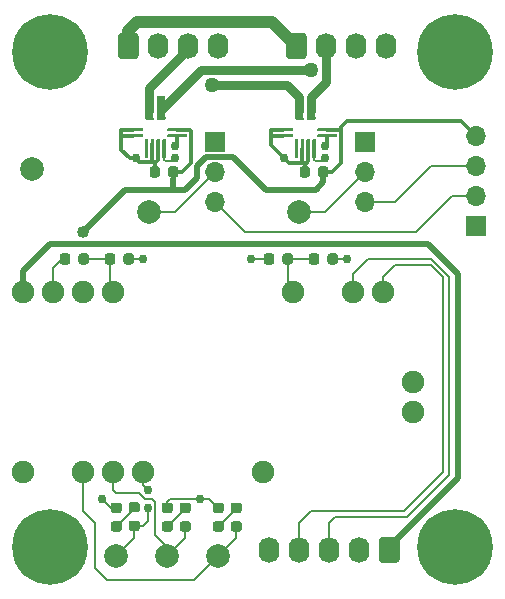
<source format=gbr>
G04 #@! TF.GenerationSoftware,KiCad,Pcbnew,(5.1.6)-1*
G04 #@! TF.CreationDate,2020-07-11T11:36:55-07:00*
G04 #@! TF.ProjectId,stepper_analyzer,73746570-7065-4725-9f61-6e616c797a65,rev?*
G04 #@! TF.SameCoordinates,Original*
G04 #@! TF.FileFunction,Copper,L1,Top*
G04 #@! TF.FilePolarity,Positive*
%FSLAX46Y46*%
G04 Gerber Fmt 4.6, Leading zero omitted, Abs format (unit mm)*
G04 Created by KiCad (PCBNEW (5.1.6)-1) date 2020-07-11 11:36:55*
%MOMM*%
%LPD*%
G01*
G04 APERTURE LIST*
G04 #@! TA.AperFunction,SMDPad,CuDef*
%ADD10C,0.100000*%
G04 #@! TD*
G04 #@! TA.AperFunction,SMDPad,CuDef*
%ADD11R,0.600000X0.200000*%
G04 #@! TD*
G04 #@! TA.AperFunction,SMDPad,CuDef*
%ADD12R,0.800000X1.870000*%
G04 #@! TD*
G04 #@! TA.AperFunction,ComponentPad*
%ADD13O,1.700000X1.700000*%
G04 #@! TD*
G04 #@! TA.AperFunction,ComponentPad*
%ADD14R,1.700000X1.700000*%
G04 #@! TD*
G04 #@! TA.AperFunction,ComponentPad*
%ADD15O,1.740000X2.190000*%
G04 #@! TD*
G04 #@! TA.AperFunction,ComponentPad*
%ADD16C,2.000000*%
G04 #@! TD*
G04 #@! TA.AperFunction,ComponentPad*
%ADD17C,1.905000*%
G04 #@! TD*
G04 #@! TA.AperFunction,ComponentPad*
%ADD18C,6.400000*%
G04 #@! TD*
G04 #@! TA.AperFunction,ComponentPad*
%ADD19O,1.740000X2.200000*%
G04 #@! TD*
G04 #@! TA.AperFunction,ViaPad*
%ADD20C,0.762000*%
G04 #@! TD*
G04 #@! TA.AperFunction,ViaPad*
%ADD21C,1.270000*%
G04 #@! TD*
G04 #@! TA.AperFunction,ViaPad*
%ADD22C,1.016000*%
G04 #@! TD*
G04 #@! TA.AperFunction,Conductor*
%ADD23C,0.152400*%
G04 #@! TD*
G04 #@! TA.AperFunction,Conductor*
%ADD24C,0.304800*%
G04 #@! TD*
G04 #@! TA.AperFunction,Conductor*
%ADD25C,0.762000*%
G04 #@! TD*
G04 #@! TA.AperFunction,Conductor*
%ADD26C,1.016000*%
G04 #@! TD*
G04 #@! TA.AperFunction,Conductor*
%ADD27C,0.508000*%
G04 #@! TD*
G04 APERTURE END LIST*
G04 #@! TA.AperFunction,SMDPad,CuDef*
D10*
G36*
X123560030Y-70335000D02*
G01*
X123760000Y-70135030D01*
X123959970Y-70335000D01*
X123760000Y-70534970D01*
X123560030Y-70335000D01*
G37*
G04 #@! TD.AperFunction*
D11*
X124060000Y-70435000D03*
D12*
X123960000Y-69400000D03*
G04 #@! TA.AperFunction,SMDPad,CuDef*
D10*
G36*
X124960030Y-70335000D02*
G01*
X125160000Y-70135030D01*
X125359970Y-70335000D01*
X125160000Y-70534970D01*
X124960030Y-70335000D01*
G37*
G04 #@! TD.AperFunction*
D11*
X124860000Y-70435000D03*
D12*
X124960000Y-69400000D03*
G04 #@! TA.AperFunction,SMDPad,CuDef*
G36*
G01*
X125135000Y-72125000D02*
X125285000Y-72125000D01*
G75*
G02*
X125360000Y-72200000I0J-75000D01*
G01*
X125360000Y-73700000D01*
G75*
G02*
X125285000Y-73775000I-75000J0D01*
G01*
X125135000Y-73775000D01*
G75*
G02*
X125060000Y-73700000I0J75000D01*
G01*
X125060000Y-72200000D01*
G75*
G02*
X125135000Y-72125000I75000J0D01*
G01*
G37*
G04 #@! TD.AperFunction*
G04 #@! TA.AperFunction,SMDPad,CuDef*
G36*
G01*
X124635000Y-72125000D02*
X124785000Y-72125000D01*
G75*
G02*
X124860000Y-72200000I0J-75000D01*
G01*
X124860000Y-73700000D01*
G75*
G02*
X124785000Y-73775000I-75000J0D01*
G01*
X124635000Y-73775000D01*
G75*
G02*
X124560000Y-73700000I0J75000D01*
G01*
X124560000Y-72200000D01*
G75*
G02*
X124635000Y-72125000I75000J0D01*
G01*
G37*
G04 #@! TD.AperFunction*
G04 #@! TA.AperFunction,SMDPad,CuDef*
G36*
G01*
X124135000Y-72125000D02*
X124285000Y-72125000D01*
G75*
G02*
X124360000Y-72200000I0J-75000D01*
G01*
X124360000Y-73700000D01*
G75*
G02*
X124285000Y-73775000I-75000J0D01*
G01*
X124135000Y-73775000D01*
G75*
G02*
X124060000Y-73700000I0J75000D01*
G01*
X124060000Y-72200000D01*
G75*
G02*
X124135000Y-72125000I75000J0D01*
G01*
G37*
G04 #@! TD.AperFunction*
G04 #@! TA.AperFunction,SMDPad,CuDef*
G36*
G01*
X123635000Y-72125000D02*
X123785000Y-72125000D01*
G75*
G02*
X123860000Y-72200000I0J-75000D01*
G01*
X123860000Y-73700000D01*
G75*
G02*
X123785000Y-73775000I-75000J0D01*
G01*
X123635000Y-73775000D01*
G75*
G02*
X123560000Y-73700000I0J75000D01*
G01*
X123560000Y-72200000D01*
G75*
G02*
X123635000Y-72125000I75000J0D01*
G01*
G37*
G04 #@! TD.AperFunction*
G04 #@! TA.AperFunction,SMDPad,CuDef*
G36*
G01*
X121860000Y-71700000D02*
X123360000Y-71700000D01*
G75*
G02*
X123435000Y-71775000I0J-75000D01*
G01*
X123435000Y-71925000D01*
G75*
G02*
X123360000Y-72000000I-75000J0D01*
G01*
X121860000Y-72000000D01*
G75*
G02*
X121785000Y-71925000I0J75000D01*
G01*
X121785000Y-71775000D01*
G75*
G02*
X121860000Y-71700000I75000J0D01*
G01*
G37*
G04 #@! TD.AperFunction*
G04 #@! TA.AperFunction,SMDPad,CuDef*
G36*
G01*
X121860000Y-71200000D02*
X123360000Y-71200000D01*
G75*
G02*
X123435000Y-71275000I0J-75000D01*
G01*
X123435000Y-71425000D01*
G75*
G02*
X123360000Y-71500000I-75000J0D01*
G01*
X121860000Y-71500000D01*
G75*
G02*
X121785000Y-71425000I0J75000D01*
G01*
X121785000Y-71275000D01*
G75*
G02*
X121860000Y-71200000I75000J0D01*
G01*
G37*
G04 #@! TD.AperFunction*
G04 #@! TA.AperFunction,SMDPad,CuDef*
G36*
G01*
X125560000Y-71700000D02*
X127060000Y-71700000D01*
G75*
G02*
X127135000Y-71775000I0J-75000D01*
G01*
X127135000Y-71925000D01*
G75*
G02*
X127060000Y-72000000I-75000J0D01*
G01*
X125560000Y-72000000D01*
G75*
G02*
X125485000Y-71925000I0J75000D01*
G01*
X125485000Y-71775000D01*
G75*
G02*
X125560000Y-71700000I75000J0D01*
G01*
G37*
G04 #@! TD.AperFunction*
G04 #@! TA.AperFunction,SMDPad,CuDef*
G36*
G01*
X125560000Y-71200000D02*
X127060000Y-71200000D01*
G75*
G02*
X127135000Y-71275000I0J-75000D01*
G01*
X127135000Y-71425000D01*
G75*
G02*
X127060000Y-71500000I-75000J0D01*
G01*
X125560000Y-71500000D01*
G75*
G02*
X125485000Y-71425000I0J75000D01*
G01*
X125485000Y-71275000D01*
G75*
G02*
X125560000Y-71200000I75000J0D01*
G01*
G37*
G04 #@! TD.AperFunction*
G04 #@! TA.AperFunction,SMDPad,CuDef*
D10*
G36*
X136260030Y-70335000D02*
G01*
X136460000Y-70135030D01*
X136659970Y-70335000D01*
X136460000Y-70534970D01*
X136260030Y-70335000D01*
G37*
G04 #@! TD.AperFunction*
D11*
X136760000Y-70435000D03*
D12*
X136660000Y-69400000D03*
G04 #@! TA.AperFunction,SMDPad,CuDef*
D10*
G36*
X137660030Y-70335000D02*
G01*
X137860000Y-70135030D01*
X138059970Y-70335000D01*
X137860000Y-70534970D01*
X137660030Y-70335000D01*
G37*
G04 #@! TD.AperFunction*
D11*
X137560000Y-70435000D03*
D12*
X137660000Y-69400000D03*
G04 #@! TA.AperFunction,SMDPad,CuDef*
G36*
G01*
X137835000Y-72125000D02*
X137985000Y-72125000D01*
G75*
G02*
X138060000Y-72200000I0J-75000D01*
G01*
X138060000Y-73700000D01*
G75*
G02*
X137985000Y-73775000I-75000J0D01*
G01*
X137835000Y-73775000D01*
G75*
G02*
X137760000Y-73700000I0J75000D01*
G01*
X137760000Y-72200000D01*
G75*
G02*
X137835000Y-72125000I75000J0D01*
G01*
G37*
G04 #@! TD.AperFunction*
G04 #@! TA.AperFunction,SMDPad,CuDef*
G36*
G01*
X137335000Y-72125000D02*
X137485000Y-72125000D01*
G75*
G02*
X137560000Y-72200000I0J-75000D01*
G01*
X137560000Y-73700000D01*
G75*
G02*
X137485000Y-73775000I-75000J0D01*
G01*
X137335000Y-73775000D01*
G75*
G02*
X137260000Y-73700000I0J75000D01*
G01*
X137260000Y-72200000D01*
G75*
G02*
X137335000Y-72125000I75000J0D01*
G01*
G37*
G04 #@! TD.AperFunction*
G04 #@! TA.AperFunction,SMDPad,CuDef*
G36*
G01*
X136835000Y-72125000D02*
X136985000Y-72125000D01*
G75*
G02*
X137060000Y-72200000I0J-75000D01*
G01*
X137060000Y-73700000D01*
G75*
G02*
X136985000Y-73775000I-75000J0D01*
G01*
X136835000Y-73775000D01*
G75*
G02*
X136760000Y-73700000I0J75000D01*
G01*
X136760000Y-72200000D01*
G75*
G02*
X136835000Y-72125000I75000J0D01*
G01*
G37*
G04 #@! TD.AperFunction*
G04 #@! TA.AperFunction,SMDPad,CuDef*
G36*
G01*
X136335000Y-72125000D02*
X136485000Y-72125000D01*
G75*
G02*
X136560000Y-72200000I0J-75000D01*
G01*
X136560000Y-73700000D01*
G75*
G02*
X136485000Y-73775000I-75000J0D01*
G01*
X136335000Y-73775000D01*
G75*
G02*
X136260000Y-73700000I0J75000D01*
G01*
X136260000Y-72200000D01*
G75*
G02*
X136335000Y-72125000I75000J0D01*
G01*
G37*
G04 #@! TD.AperFunction*
G04 #@! TA.AperFunction,SMDPad,CuDef*
G36*
G01*
X134560000Y-71700000D02*
X136060000Y-71700000D01*
G75*
G02*
X136135000Y-71775000I0J-75000D01*
G01*
X136135000Y-71925000D01*
G75*
G02*
X136060000Y-72000000I-75000J0D01*
G01*
X134560000Y-72000000D01*
G75*
G02*
X134485000Y-71925000I0J75000D01*
G01*
X134485000Y-71775000D01*
G75*
G02*
X134560000Y-71700000I75000J0D01*
G01*
G37*
G04 #@! TD.AperFunction*
G04 #@! TA.AperFunction,SMDPad,CuDef*
G36*
G01*
X134560000Y-71200000D02*
X136060000Y-71200000D01*
G75*
G02*
X136135000Y-71275000I0J-75000D01*
G01*
X136135000Y-71425000D01*
G75*
G02*
X136060000Y-71500000I-75000J0D01*
G01*
X134560000Y-71500000D01*
G75*
G02*
X134485000Y-71425000I0J75000D01*
G01*
X134485000Y-71275000D01*
G75*
G02*
X134560000Y-71200000I75000J0D01*
G01*
G37*
G04 #@! TD.AperFunction*
G04 #@! TA.AperFunction,SMDPad,CuDef*
G36*
G01*
X138260000Y-71700000D02*
X139760000Y-71700000D01*
G75*
G02*
X139835000Y-71775000I0J-75000D01*
G01*
X139835000Y-71925000D01*
G75*
G02*
X139760000Y-72000000I-75000J0D01*
G01*
X138260000Y-72000000D01*
G75*
G02*
X138185000Y-71925000I0J75000D01*
G01*
X138185000Y-71775000D01*
G75*
G02*
X138260000Y-71700000I75000J0D01*
G01*
G37*
G04 #@! TD.AperFunction*
G04 #@! TA.AperFunction,SMDPad,CuDef*
G36*
G01*
X138260000Y-71200000D02*
X139760000Y-71200000D01*
G75*
G02*
X139835000Y-71275000I0J-75000D01*
G01*
X139835000Y-71425000D01*
G75*
G02*
X139760000Y-71500000I-75000J0D01*
G01*
X138260000Y-71500000D01*
G75*
G02*
X138185000Y-71425000I0J75000D01*
G01*
X138185000Y-71275000D01*
G75*
G02*
X138260000Y-71200000I75000J0D01*
G01*
G37*
G04 #@! TD.AperFunction*
D13*
X151638000Y-71882000D03*
X151638000Y-74422000D03*
X151638000Y-76962000D03*
D14*
X151638000Y-79502000D03*
D15*
X134112000Y-106934000D03*
X136652000Y-106934000D03*
X139192000Y-106934000D03*
X141732000Y-106934000D03*
G04 #@! TA.AperFunction,ComponentPad*
G36*
G01*
X145142000Y-106088999D02*
X145142000Y-107779001D01*
G75*
G02*
X144892001Y-108029000I-249999J0D01*
G01*
X143651999Y-108029000D01*
G75*
G02*
X143402000Y-107779001I0J249999D01*
G01*
X143402000Y-106088999D01*
G75*
G02*
X143651999Y-105839000I249999J0D01*
G01*
X144892001Y-105839000D01*
G75*
G02*
X145142000Y-106088999I0J-249999D01*
G01*
G37*
G04 #@! TD.AperFunction*
D16*
X125476000Y-107442000D03*
D17*
X133604000Y-100330000D03*
X113284000Y-100330000D03*
X123444000Y-100330000D03*
X120904000Y-100330000D03*
X118364000Y-100330000D03*
X115824000Y-85090000D03*
X118364000Y-85090000D03*
X113284000Y-85090000D03*
X120904000Y-85090000D03*
X136144000Y-85090000D03*
X143764000Y-85090000D03*
X141224000Y-85090000D03*
X146304000Y-95250000D03*
X146304000Y-92710000D03*
G04 #@! TA.AperFunction,SMDPad,CuDef*
G36*
G01*
X131574250Y-103815500D02*
X131061750Y-103815500D01*
G75*
G02*
X130843000Y-103596750I0J218750D01*
G01*
X130843000Y-103159250D01*
G75*
G02*
X131061750Y-102940500I218750J0D01*
G01*
X131574250Y-102940500D01*
G75*
G02*
X131793000Y-103159250I0J-218750D01*
G01*
X131793000Y-103596750D01*
G75*
G02*
X131574250Y-103815500I-218750J0D01*
G01*
G37*
G04 #@! TD.AperFunction*
G04 #@! TA.AperFunction,SMDPad,CuDef*
G36*
G01*
X131574250Y-105390500D02*
X131061750Y-105390500D01*
G75*
G02*
X130843000Y-105171750I0J218750D01*
G01*
X130843000Y-104734250D01*
G75*
G02*
X131061750Y-104515500I218750J0D01*
G01*
X131574250Y-104515500D01*
G75*
G02*
X131793000Y-104734250I0J-218750D01*
G01*
X131793000Y-105171750D01*
G75*
G02*
X131574250Y-105390500I-218750J0D01*
G01*
G37*
G04 #@! TD.AperFunction*
G04 #@! TA.AperFunction,SMDPad,CuDef*
G36*
G01*
X139034000Y-82552250D02*
X139034000Y-82039750D01*
G75*
G02*
X139252750Y-81821000I218750J0D01*
G01*
X139690250Y-81821000D01*
G75*
G02*
X139909000Y-82039750I0J-218750D01*
G01*
X139909000Y-82552250D01*
G75*
G02*
X139690250Y-82771000I-218750J0D01*
G01*
X139252750Y-82771000D01*
G75*
G02*
X139034000Y-82552250I0J218750D01*
G01*
G37*
G04 #@! TD.AperFunction*
G04 #@! TA.AperFunction,SMDPad,CuDef*
G36*
G01*
X137459000Y-82552250D02*
X137459000Y-82039750D01*
G75*
G02*
X137677750Y-81821000I218750J0D01*
G01*
X138115250Y-81821000D01*
G75*
G02*
X138334000Y-82039750I0J-218750D01*
G01*
X138334000Y-82552250D01*
G75*
G02*
X138115250Y-82771000I-218750J0D01*
G01*
X137677750Y-82771000D01*
G75*
G02*
X137459000Y-82552250I0J218750D01*
G01*
G37*
G04 #@! TD.AperFunction*
G04 #@! TA.AperFunction,SMDPad,CuDef*
G36*
G01*
X121762000Y-82552250D02*
X121762000Y-82039750D01*
G75*
G02*
X121980750Y-81821000I218750J0D01*
G01*
X122418250Y-81821000D01*
G75*
G02*
X122637000Y-82039750I0J-218750D01*
G01*
X122637000Y-82552250D01*
G75*
G02*
X122418250Y-82771000I-218750J0D01*
G01*
X121980750Y-82771000D01*
G75*
G02*
X121762000Y-82552250I0J218750D01*
G01*
G37*
G04 #@! TD.AperFunction*
G04 #@! TA.AperFunction,SMDPad,CuDef*
G36*
G01*
X120187000Y-82552250D02*
X120187000Y-82039750D01*
G75*
G02*
X120405750Y-81821000I218750J0D01*
G01*
X120843250Y-81821000D01*
G75*
G02*
X121062000Y-82039750I0J-218750D01*
G01*
X121062000Y-82552250D01*
G75*
G02*
X120843250Y-82771000I-218750J0D01*
G01*
X120405750Y-82771000D01*
G75*
G02*
X120187000Y-82552250I0J218750D01*
G01*
G37*
G04 #@! TD.AperFunction*
G04 #@! TA.AperFunction,SMDPad,CuDef*
G36*
G01*
X127256250Y-103815500D02*
X126743750Y-103815500D01*
G75*
G02*
X126525000Y-103596750I0J218750D01*
G01*
X126525000Y-103159250D01*
G75*
G02*
X126743750Y-102940500I218750J0D01*
G01*
X127256250Y-102940500D01*
G75*
G02*
X127475000Y-103159250I0J-218750D01*
G01*
X127475000Y-103596750D01*
G75*
G02*
X127256250Y-103815500I-218750J0D01*
G01*
G37*
G04 #@! TD.AperFunction*
G04 #@! TA.AperFunction,SMDPad,CuDef*
G36*
G01*
X127256250Y-105390500D02*
X126743750Y-105390500D01*
G75*
G02*
X126525000Y-105171750I0J218750D01*
G01*
X126525000Y-104734250D01*
G75*
G02*
X126743750Y-104515500I218750J0D01*
G01*
X127256250Y-104515500D01*
G75*
G02*
X127475000Y-104734250I0J-218750D01*
G01*
X127475000Y-105171750D01*
G75*
G02*
X127256250Y-105390500I-218750J0D01*
G01*
G37*
G04 #@! TD.AperFunction*
G04 #@! TA.AperFunction,SMDPad,CuDef*
G36*
G01*
X122938250Y-103764500D02*
X122425750Y-103764500D01*
G75*
G02*
X122207000Y-103545750I0J218750D01*
G01*
X122207000Y-103108250D01*
G75*
G02*
X122425750Y-102889500I218750J0D01*
G01*
X122938250Y-102889500D01*
G75*
G02*
X123157000Y-103108250I0J-218750D01*
G01*
X123157000Y-103545750D01*
G75*
G02*
X122938250Y-103764500I-218750J0D01*
G01*
G37*
G04 #@! TD.AperFunction*
G04 #@! TA.AperFunction,SMDPad,CuDef*
G36*
G01*
X122938250Y-105339500D02*
X122425750Y-105339500D01*
G75*
G02*
X122207000Y-105120750I0J218750D01*
G01*
X122207000Y-104683250D01*
G75*
G02*
X122425750Y-104464500I218750J0D01*
G01*
X122938250Y-104464500D01*
G75*
G02*
X123157000Y-104683250I0J-218750D01*
G01*
X123157000Y-105120750D01*
G75*
G02*
X122938250Y-105339500I-218750J0D01*
G01*
G37*
G04 #@! TD.AperFunction*
D18*
X115570000Y-106680000D03*
X149860000Y-106680000D03*
X149860000Y-64770000D03*
X115570000Y-64770000D03*
D16*
X123952000Y-78359000D03*
D13*
X129540000Y-77470000D03*
X129540000Y-74930000D03*
D14*
X129540000Y-72390000D03*
D16*
X136652000Y-78359000D03*
X114046000Y-74676000D03*
X129794000Y-107442000D03*
X121158000Y-107442000D03*
G04 #@! TA.AperFunction,SMDPad,CuDef*
G36*
G01*
X138246500Y-75186250D02*
X138246500Y-74673750D01*
G75*
G02*
X138465250Y-74455000I218750J0D01*
G01*
X138902750Y-74455000D01*
G75*
G02*
X139121500Y-74673750I0J-218750D01*
G01*
X139121500Y-75186250D01*
G75*
G02*
X138902750Y-75405000I-218750J0D01*
G01*
X138465250Y-75405000D01*
G75*
G02*
X138246500Y-75186250I0J218750D01*
G01*
G37*
G04 #@! TD.AperFunction*
G04 #@! TA.AperFunction,SMDPad,CuDef*
G36*
G01*
X136671500Y-75186250D02*
X136671500Y-74673750D01*
G75*
G02*
X136890250Y-74455000I218750J0D01*
G01*
X137327750Y-74455000D01*
G75*
G02*
X137546500Y-74673750I0J-218750D01*
G01*
X137546500Y-75186250D01*
G75*
G02*
X137327750Y-75405000I-218750J0D01*
G01*
X136890250Y-75405000D01*
G75*
G02*
X136671500Y-75186250I0J218750D01*
G01*
G37*
G04 #@! TD.AperFunction*
G04 #@! TA.AperFunction,SMDPad,CuDef*
G36*
G01*
X125546500Y-75186250D02*
X125546500Y-74673750D01*
G75*
G02*
X125765250Y-74455000I218750J0D01*
G01*
X126202750Y-74455000D01*
G75*
G02*
X126421500Y-74673750I0J-218750D01*
G01*
X126421500Y-75186250D01*
G75*
G02*
X126202750Y-75405000I-218750J0D01*
G01*
X125765250Y-75405000D01*
G75*
G02*
X125546500Y-75186250I0J218750D01*
G01*
G37*
G04 #@! TD.AperFunction*
G04 #@! TA.AperFunction,SMDPad,CuDef*
G36*
G01*
X123971500Y-75186250D02*
X123971500Y-74673750D01*
G75*
G02*
X124190250Y-74455000I218750J0D01*
G01*
X124627750Y-74455000D01*
G75*
G02*
X124846500Y-74673750I0J-218750D01*
G01*
X124846500Y-75186250D01*
G75*
G02*
X124627750Y-75405000I-218750J0D01*
G01*
X124190250Y-75405000D01*
G75*
G02*
X123971500Y-75186250I0J218750D01*
G01*
G37*
G04 #@! TD.AperFunction*
G04 #@! TA.AperFunction,SMDPad,CuDef*
G36*
G01*
X117952000Y-82552250D02*
X117952000Y-82039750D01*
G75*
G02*
X118170750Y-81821000I218750J0D01*
G01*
X118608250Y-81821000D01*
G75*
G02*
X118827000Y-82039750I0J-218750D01*
G01*
X118827000Y-82552250D01*
G75*
G02*
X118608250Y-82771000I-218750J0D01*
G01*
X118170750Y-82771000D01*
G75*
G02*
X117952000Y-82552250I0J218750D01*
G01*
G37*
G04 #@! TD.AperFunction*
G04 #@! TA.AperFunction,SMDPad,CuDef*
G36*
G01*
X116377000Y-82552250D02*
X116377000Y-82039750D01*
G75*
G02*
X116595750Y-81821000I218750J0D01*
G01*
X117033250Y-81821000D01*
G75*
G02*
X117252000Y-82039750I0J-218750D01*
G01*
X117252000Y-82552250D01*
G75*
G02*
X117033250Y-82771000I-218750J0D01*
G01*
X116595750Y-82771000D01*
G75*
G02*
X116377000Y-82552250I0J218750D01*
G01*
G37*
G04 #@! TD.AperFunction*
G04 #@! TA.AperFunction,SMDPad,CuDef*
G36*
G01*
X135224000Y-82552250D02*
X135224000Y-82039750D01*
G75*
G02*
X135442750Y-81821000I218750J0D01*
G01*
X135880250Y-81821000D01*
G75*
G02*
X136099000Y-82039750I0J-218750D01*
G01*
X136099000Y-82552250D01*
G75*
G02*
X135880250Y-82771000I-218750J0D01*
G01*
X135442750Y-82771000D01*
G75*
G02*
X135224000Y-82552250I0J218750D01*
G01*
G37*
G04 #@! TD.AperFunction*
G04 #@! TA.AperFunction,SMDPad,CuDef*
G36*
G01*
X133649000Y-82552250D02*
X133649000Y-82039750D01*
G75*
G02*
X133867750Y-81821000I218750J0D01*
G01*
X134305250Y-81821000D01*
G75*
G02*
X134524000Y-82039750I0J-218750D01*
G01*
X134524000Y-82552250D01*
G75*
G02*
X134305250Y-82771000I-218750J0D01*
G01*
X133867750Y-82771000D01*
G75*
G02*
X133649000Y-82552250I0J218750D01*
G01*
G37*
G04 #@! TD.AperFunction*
G04 #@! TA.AperFunction,SMDPad,CuDef*
G36*
G01*
X120901750Y-104515500D02*
X121414250Y-104515500D01*
G75*
G02*
X121633000Y-104734250I0J-218750D01*
G01*
X121633000Y-105171750D01*
G75*
G02*
X121414250Y-105390500I-218750J0D01*
G01*
X120901750Y-105390500D01*
G75*
G02*
X120683000Y-105171750I0J218750D01*
G01*
X120683000Y-104734250D01*
G75*
G02*
X120901750Y-104515500I218750J0D01*
G01*
G37*
G04 #@! TD.AperFunction*
G04 #@! TA.AperFunction,SMDPad,CuDef*
G36*
G01*
X120901750Y-102940500D02*
X121414250Y-102940500D01*
G75*
G02*
X121633000Y-103159250I0J-218750D01*
G01*
X121633000Y-103596750D01*
G75*
G02*
X121414250Y-103815500I-218750J0D01*
G01*
X120901750Y-103815500D01*
G75*
G02*
X120683000Y-103596750I0J218750D01*
G01*
X120683000Y-103159250D01*
G75*
G02*
X120901750Y-102940500I218750J0D01*
G01*
G37*
G04 #@! TD.AperFunction*
G04 #@! TA.AperFunction,SMDPad,CuDef*
G36*
G01*
X125219750Y-104515500D02*
X125732250Y-104515500D01*
G75*
G02*
X125951000Y-104734250I0J-218750D01*
G01*
X125951000Y-105171750D01*
G75*
G02*
X125732250Y-105390500I-218750J0D01*
G01*
X125219750Y-105390500D01*
G75*
G02*
X125001000Y-105171750I0J218750D01*
G01*
X125001000Y-104734250D01*
G75*
G02*
X125219750Y-104515500I218750J0D01*
G01*
G37*
G04 #@! TD.AperFunction*
G04 #@! TA.AperFunction,SMDPad,CuDef*
G36*
G01*
X125219750Y-102940500D02*
X125732250Y-102940500D01*
G75*
G02*
X125951000Y-103159250I0J-218750D01*
G01*
X125951000Y-103596750D01*
G75*
G02*
X125732250Y-103815500I-218750J0D01*
G01*
X125219750Y-103815500D01*
G75*
G02*
X125001000Y-103596750I0J218750D01*
G01*
X125001000Y-103159250D01*
G75*
G02*
X125219750Y-102940500I218750J0D01*
G01*
G37*
G04 #@! TD.AperFunction*
G04 #@! TA.AperFunction,SMDPad,CuDef*
G36*
G01*
X129537750Y-104515500D02*
X130050250Y-104515500D01*
G75*
G02*
X130269000Y-104734250I0J-218750D01*
G01*
X130269000Y-105171750D01*
G75*
G02*
X130050250Y-105390500I-218750J0D01*
G01*
X129537750Y-105390500D01*
G75*
G02*
X129319000Y-105171750I0J218750D01*
G01*
X129319000Y-104734250D01*
G75*
G02*
X129537750Y-104515500I218750J0D01*
G01*
G37*
G04 #@! TD.AperFunction*
G04 #@! TA.AperFunction,SMDPad,CuDef*
G36*
G01*
X129537750Y-102940500D02*
X130050250Y-102940500D01*
G75*
G02*
X130269000Y-103159250I0J-218750D01*
G01*
X130269000Y-103596750D01*
G75*
G02*
X130050250Y-103815500I-218750J0D01*
G01*
X129537750Y-103815500D01*
G75*
G02*
X129319000Y-103596750I0J218750D01*
G01*
X129319000Y-103159250D01*
G75*
G02*
X129537750Y-102940500I218750J0D01*
G01*
G37*
G04 #@! TD.AperFunction*
D19*
X129794000Y-64262000D03*
X127254000Y-64262000D03*
X124714000Y-64262000D03*
G04 #@! TA.AperFunction,ComponentPad*
G36*
G01*
X121304000Y-65112001D02*
X121304000Y-63411999D01*
G75*
G02*
X121553999Y-63162000I249999J0D01*
G01*
X122794001Y-63162000D01*
G75*
G02*
X123044000Y-63411999I0J-249999D01*
G01*
X123044000Y-65112001D01*
G75*
G02*
X122794001Y-65362000I-249999J0D01*
G01*
X121553999Y-65362000D01*
G75*
G02*
X121304000Y-65112001I0J249999D01*
G01*
G37*
G04 #@! TD.AperFunction*
X144018000Y-64262000D03*
X141478000Y-64262000D03*
X138938000Y-64262000D03*
G04 #@! TA.AperFunction,ComponentPad*
G36*
G01*
X135528000Y-65112001D02*
X135528000Y-63411999D01*
G75*
G02*
X135777999Y-63162000I249999J0D01*
G01*
X137018001Y-63162000D01*
G75*
G02*
X137268000Y-63411999I0J-249999D01*
G01*
X137268000Y-65112001D01*
G75*
G02*
X137018001Y-65362000I-249999J0D01*
G01*
X135777999Y-65362000D01*
G75*
G02*
X135528000Y-65112001I0J249999D01*
G01*
G37*
G04 #@! TD.AperFunction*
D13*
X142240000Y-77470000D03*
X142240000Y-74930000D03*
D14*
X142240000Y-72390000D03*
D20*
X128270000Y-102616000D03*
X126111000Y-72771000D03*
X122809000Y-73787000D03*
X135382000Y-73787000D03*
X138811000Y-72771000D03*
X132588000Y-82296000D03*
X119989610Y-102616000D03*
X126111000Y-73787000D03*
X138811000Y-73787000D03*
X123825000Y-101854000D03*
X123825000Y-103378000D03*
D21*
X137668000Y-66294000D03*
X129286000Y-67564020D03*
D22*
X118364000Y-80010000D03*
D20*
X123444000Y-82296000D03*
X140716000Y-82296000D03*
D23*
X124206000Y-74727000D02*
X124409000Y-74930000D01*
X136910000Y-72550000D02*
X136906000Y-72554000D01*
D24*
X124210000Y-73127400D02*
X124206000Y-73131400D01*
X124210000Y-72550000D02*
X124210000Y-73127400D01*
D23*
X119888000Y-102616000D02*
X119888000Y-102616000D01*
X125730000Y-102616000D02*
X128270000Y-102616000D01*
X125476000Y-102870000D02*
X125730000Y-102616000D01*
X135678000Y-71882000D02*
X135710000Y-71850000D01*
X123010000Y-71350000D02*
X122198000Y-71350000D01*
X122198000Y-71350000D02*
X122174000Y-71374000D01*
X122978000Y-71882000D02*
X123010000Y-71850000D01*
X122174000Y-71882000D02*
X122978000Y-71882000D01*
X124710000Y-72550000D02*
X124710000Y-73156000D01*
X116814500Y-82296000D02*
X116586000Y-82296000D01*
X115824000Y-83058000D02*
X115824000Y-85090000D01*
X116586000Y-82296000D02*
X115824000Y-83058000D01*
X134086500Y-82296000D02*
X132588000Y-82296000D01*
X128270000Y-102616000D02*
X129032000Y-102616000D01*
X129032000Y-102616000D02*
X129794000Y-103378000D01*
X125476000Y-103378000D02*
X125476000Y-102870000D01*
X121158000Y-103378000D02*
X120751610Y-103378000D01*
X120751610Y-103378000D02*
X119989610Y-102616000D01*
D24*
X122610000Y-71350000D02*
X121563000Y-71350000D01*
X122610000Y-71850000D02*
X121571000Y-71850000D01*
X121563000Y-71842000D02*
X121563000Y-71350000D01*
X121571000Y-71850000D02*
X121563000Y-71842000D01*
X124710000Y-72950000D02*
X124710000Y-73918000D01*
X122809000Y-73787000D02*
X122809000Y-73914000D01*
X122809000Y-73787000D02*
X122301000Y-73787000D01*
X121571000Y-73057000D02*
X121571000Y-71850000D01*
X122301000Y-73787000D02*
X121571000Y-73057000D01*
X123101810Y-74079810D02*
X122809000Y-73787000D01*
X124710000Y-73918000D02*
X124548190Y-74079810D01*
X124210000Y-74037000D02*
X124167190Y-74079810D01*
X124210000Y-72950000D02*
X124210000Y-74037000D01*
X124548190Y-74079810D02*
X124167190Y-74079810D01*
X124167190Y-74079810D02*
X123101810Y-74079810D01*
X124409000Y-74930000D02*
X124409000Y-74219000D01*
X126310000Y-72572000D02*
X126111000Y-72771000D01*
X126310000Y-71850000D02*
X126310000Y-72572000D01*
X135310000Y-71350000D02*
X134263000Y-71350000D01*
X134263000Y-71350000D02*
X134239000Y-71374000D01*
X134239000Y-72644000D02*
X135382000Y-73787000D01*
X134334000Y-71850000D02*
X134239000Y-71755000D01*
X135310000Y-71850000D02*
X134334000Y-71850000D01*
X134239000Y-71374000D02*
X134239000Y-71755000D01*
X134239000Y-71755000D02*
X134239000Y-72644000D01*
X137410000Y-73021000D02*
X137414000Y-73025000D01*
X137410000Y-72950000D02*
X137410000Y-73021000D01*
X137414000Y-73025000D02*
X137414000Y-74041000D01*
X137414000Y-74041000D02*
X137287000Y-74168000D01*
X135762999Y-74167999D02*
X135382000Y-73787000D01*
X136910000Y-72950000D02*
X136910000Y-74163998D01*
X136910000Y-74163998D02*
X136905999Y-74167999D01*
X136905999Y-74167999D02*
X135762999Y-74167999D01*
X137109000Y-74930000D02*
X137109000Y-74219000D01*
X137109000Y-74219000D02*
X137160000Y-74168000D01*
X137287000Y-74168000D02*
X137160000Y-74168000D01*
X137160000Y-74168000D02*
X136905999Y-74167999D01*
X139010000Y-72572000D02*
X138811000Y-72771000D01*
X139010000Y-71850000D02*
X139010000Y-72572000D01*
D23*
X122682000Y-103327000D02*
X122682000Y-103429000D01*
X122682000Y-103429000D02*
X121158000Y-104953000D01*
X127000000Y-103378000D02*
X127000000Y-103429000D01*
X127000000Y-103429000D02*
X125476000Y-104953000D01*
X131318000Y-103378000D02*
X131318000Y-103429000D01*
X131318000Y-103429000D02*
X129794000Y-104953000D01*
X125210000Y-72825000D02*
X125222000Y-72837000D01*
X125210000Y-72550000D02*
X125210000Y-72825000D01*
X125222000Y-72837000D02*
X125222000Y-73152000D01*
X125210000Y-72950000D02*
X125210000Y-73902000D01*
X125210000Y-73902000D02*
X125349000Y-74041000D01*
X125857000Y-74041000D02*
X126111000Y-73787000D01*
X125349000Y-74041000D02*
X125857000Y-74041000D01*
X137910000Y-72950000D02*
X137910000Y-73902000D01*
X137910000Y-73902000D02*
X138049000Y-74041000D01*
X138557000Y-74041000D02*
X138811000Y-73787000D01*
X138049000Y-74041000D02*
X138557000Y-74041000D01*
X122682000Y-105918000D02*
X121158000Y-107442000D01*
X123444001Y-101473001D02*
X123825000Y-101854000D01*
X123444000Y-100330000D02*
X123444001Y-101473001D01*
X122682000Y-104902000D02*
X122682000Y-105918000D01*
X123825000Y-104521000D02*
X123444000Y-104902000D01*
X123825000Y-103378000D02*
X123825000Y-104521000D01*
X123444000Y-104902000D02*
X122682000Y-104902000D01*
X125476000Y-107442000D02*
X127000000Y-105918000D01*
X125476000Y-106680000D02*
X125476000Y-107442000D01*
X124434601Y-102844601D02*
X124434601Y-105638601D01*
X124206000Y-102616000D02*
X124434601Y-102844601D01*
X120904000Y-101854000D02*
X121158000Y-102108000D01*
X123571000Y-102616000D02*
X124206000Y-102616000D01*
X120904000Y-100330000D02*
X120904000Y-101854000D01*
X124434601Y-105638601D02*
X125476000Y-106680000D01*
X121158000Y-102108000D02*
X123063000Y-102108000D01*
X123063000Y-102108000D02*
X123571000Y-102616000D01*
X127000000Y-105918000D02*
X127000000Y-104953000D01*
X131318000Y-105918000D02*
X129794000Y-107442000D01*
X118364000Y-103632000D02*
X118364000Y-100330000D01*
X127762000Y-109474000D02*
X120396000Y-109474000D01*
X129794000Y-107442000D02*
X127762000Y-109474000D01*
X120396000Y-109474000D02*
X119380000Y-108458000D01*
X119380000Y-104648000D02*
X118364000Y-103632000D01*
X119380000Y-108458000D02*
X119380000Y-104648000D01*
X131318000Y-104953000D02*
X131318000Y-105918000D01*
X118389500Y-82296000D02*
X120624500Y-82296000D01*
X120624500Y-84810500D02*
X120904000Y-85090000D01*
X120624500Y-82296000D02*
X120624500Y-84810500D01*
X137896500Y-82296000D02*
X135661500Y-82296000D01*
X135661500Y-84607500D02*
X136144000Y-85090000D01*
X135661500Y-82296000D02*
X135661500Y-84607500D01*
D25*
X137660000Y-69800000D02*
X137660000Y-68588000D01*
X138938000Y-67310000D02*
X138938000Y-64262000D01*
X137660000Y-68588000D02*
X138938000Y-67310000D01*
X141478000Y-64262000D02*
X141478000Y-64492000D01*
X128331000Y-66294000D02*
X137668000Y-66294000D01*
X124960000Y-69800000D02*
X124960000Y-69665000D01*
X124960000Y-69665000D02*
X128331000Y-66294000D01*
D26*
X122174000Y-62992000D02*
X122174000Y-64262000D01*
X122936000Y-62230000D02*
X122174000Y-62992000D01*
X136398000Y-64262000D02*
X134366000Y-62230000D01*
X134366000Y-62230000D02*
X122936000Y-62230000D01*
D23*
X136660000Y-69800000D02*
X136660000Y-69665000D01*
D25*
X136660000Y-68596000D02*
X136660000Y-69800000D01*
X135628000Y-67564000D02*
X136660000Y-68596000D01*
X129286000Y-67564020D02*
X129286020Y-67564000D01*
X129286020Y-67564000D02*
X135628000Y-67564000D01*
X127254000Y-64492000D02*
X123960000Y-67786000D01*
X127254000Y-64262000D02*
X127254000Y-64492000D01*
X123960000Y-67786000D02*
X123960000Y-69800000D01*
D27*
X125984000Y-75505000D02*
X125984000Y-76454000D01*
D24*
X125984000Y-74930000D02*
X125984000Y-75505000D01*
X127508000Y-71501000D02*
X127508000Y-74168000D01*
X126746000Y-74930000D02*
X125984000Y-74930000D01*
X126310000Y-71350000D02*
X127357000Y-71350000D01*
X127508000Y-74168000D02*
X126746000Y-74930000D01*
X127357000Y-71350000D02*
X127508000Y-71501000D01*
X139010000Y-71350000D02*
X140057000Y-71350000D01*
X140208000Y-71501000D02*
X140208000Y-74168000D01*
X139446000Y-74930000D02*
X138684000Y-74930000D01*
X140208000Y-74168000D02*
X139446000Y-74930000D01*
X140716000Y-70612000D02*
X140208000Y-71120000D01*
X151638000Y-71882000D02*
X150368000Y-70612000D01*
X140208000Y-71120000D02*
X140208000Y-71501000D01*
X150368000Y-70612000D02*
X140716000Y-70612000D01*
D27*
X128016000Y-75438000D02*
X127000000Y-76454000D01*
X128016000Y-74422000D02*
X128016000Y-75438000D01*
X128778000Y-73660000D02*
X128016000Y-74422000D01*
X133858000Y-76454000D02*
X131064000Y-73660000D01*
X138684000Y-74930000D02*
X138684000Y-75819000D01*
X138684000Y-75819000D02*
X138049000Y-76454000D01*
X138049000Y-76454000D02*
X133858000Y-76454000D01*
X127000000Y-76454000D02*
X125984000Y-76454000D01*
X131064000Y-73660000D02*
X128778000Y-73660000D01*
X121920000Y-76454000D02*
X118364000Y-80010000D01*
X125984000Y-76454000D02*
X121920000Y-76454000D01*
D23*
X126111000Y-78359000D02*
X123952000Y-78359000D01*
X129540000Y-74930000D02*
X126111000Y-78359000D01*
X122199500Y-82296000D02*
X123444000Y-82296000D01*
X138811000Y-78359000D02*
X142240000Y-74930000D01*
X136652000Y-78359000D02*
X138811000Y-78359000D01*
X139471500Y-82296000D02*
X140716000Y-82296000D01*
X137668000Y-103632000D02*
X136652000Y-104648000D01*
X145542000Y-103632000D02*
X137668000Y-103632000D01*
X148844000Y-100330000D02*
X145542000Y-103632000D01*
X143764000Y-85090000D02*
X143764000Y-83820000D01*
X148844000Y-83820000D02*
X148844000Y-100330000D01*
X136652000Y-104648000D02*
X136652000Y-106934000D01*
X144780000Y-82804000D02*
X147828000Y-82804000D01*
X143764000Y-83820000D02*
X144780000Y-82804000D01*
X147828000Y-82804000D02*
X148844000Y-83820000D01*
X141224000Y-83566000D02*
X141224000Y-85090000D01*
X142494000Y-82296000D02*
X141224000Y-83566000D01*
X147828000Y-82296000D02*
X142494000Y-82296000D01*
X139192000Y-104648000D02*
X139700000Y-104140000D01*
X149352000Y-100584000D02*
X149352000Y-83820000D01*
X139192000Y-106934000D02*
X139192000Y-104648000D01*
X139700000Y-104140000D02*
X145796000Y-104140000D01*
X149352000Y-83820000D02*
X147828000Y-82296000D01*
X145796000Y-104140000D02*
X149352000Y-100584000D01*
D27*
X144272000Y-106680000D02*
X144272000Y-106934000D01*
X113284000Y-83312000D02*
X115570000Y-81026000D01*
X113284000Y-85090000D02*
X113284000Y-83312000D01*
X147574000Y-81026000D02*
X150114000Y-83566000D01*
X150114000Y-100838000D02*
X144272000Y-106680000D01*
X115570000Y-81026000D02*
X147574000Y-81026000D01*
X150114000Y-83566000D02*
X150114000Y-100838000D01*
D23*
X151638000Y-74422000D02*
X147828000Y-74422000D01*
X144780000Y-77470000D02*
X142240000Y-77470000D01*
X147828000Y-74422000D02*
X144780000Y-77470000D01*
X149606000Y-76962000D02*
X151638000Y-76962000D01*
X146558000Y-80010000D02*
X149606000Y-76962000D01*
X129540000Y-77470000D02*
X132080000Y-80010000D01*
X132080000Y-80010000D02*
X146558000Y-80010000D01*
M02*

</source>
